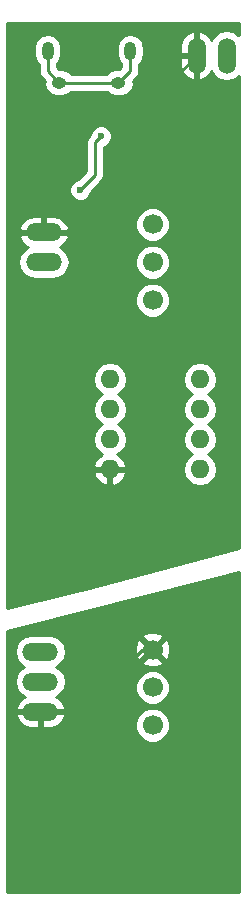
<source format=gbl>
G04 #@! TF.FileFunction,Copper,L2,Bot,Signal*
%FSLAX46Y46*%
G04 Gerber Fmt 4.6, Leading zero omitted, Abs format (unit mm)*
G04 Created by KiCad (PCBNEW 4.0.1-stable) date Onsdag 20 Januari 2016 21:11:00*
%MOMM*%
G01*
G04 APERTURE LIST*
%ADD10C,0.100000*%
%ADD11O,1.600000X1.600000*%
%ADD12O,1.250000X0.950000*%
%ADD13O,1.000000X1.550000*%
%ADD14O,1.506220X3.014980*%
%ADD15O,3.014980X1.506220*%
%ADD16C,1.700000*%
%ADD17C,0.600000*%
%ADD18C,0.250000*%
%ADD19C,0.254000*%
G04 APERTURE END LIST*
D10*
D11*
X69394000Y-44894000D03*
X69394000Y-47434000D03*
X69394000Y-49974000D03*
X69394000Y-52514000D03*
X77014000Y-52514000D03*
X77014000Y-49974000D03*
X77014000Y-47434000D03*
X77014000Y-44894000D03*
D12*
X70116900Y-19786540D03*
X65116900Y-19786540D03*
D13*
X71116900Y-17086540D03*
X64116900Y-17086540D03*
D14*
X76730000Y-17500000D03*
X79270000Y-17500000D03*
D15*
X63806000Y-34988000D03*
X63806000Y-32448000D03*
D16*
X73000000Y-38200000D03*
X73000000Y-35000000D03*
X73000000Y-31800000D03*
X73000000Y-74200000D03*
X73000000Y-71000000D03*
X73000000Y-67800000D03*
D15*
X63500000Y-67960000D03*
X63500000Y-70500000D03*
X63500000Y-73040000D03*
D17*
X76730000Y-23274000D03*
X67616000Y-60642000D03*
X63806000Y-22542000D03*
X63806000Y-42862000D03*
X62790000Y-86296000D03*
X68632000Y-24320000D03*
X66854000Y-28892000D03*
D18*
X63806000Y-42862000D02*
X63806000Y-49212000D01*
X76730000Y-23274000D02*
X76730000Y-17500000D01*
X68124000Y-32448000D02*
X68124000Y-31880000D01*
X68124000Y-31880000D02*
X76730000Y-23274000D01*
X63806000Y-32448000D02*
X68124000Y-32448000D01*
X67616000Y-60642000D02*
X67616000Y-52514000D01*
X64314000Y-22542000D02*
X71688000Y-22542000D01*
X71688000Y-22542000D02*
X76730000Y-17500000D01*
X63806000Y-22542000D02*
X64314000Y-22542000D01*
X63806000Y-22542000D02*
X63806000Y-32448000D01*
X77014000Y-17784000D02*
X76730000Y-17500000D01*
X67616000Y-52514000D02*
X63806000Y-48704000D01*
X63806000Y-48704000D02*
X63806000Y-42862000D01*
X69394000Y-52514000D02*
X67616000Y-52514000D01*
X63500000Y-85586000D02*
X62790000Y-86296000D01*
X63500000Y-85586000D02*
X63500000Y-73040000D01*
X73000000Y-67800000D02*
X72142000Y-67800000D01*
X66902000Y-73040000D02*
X63500000Y-73040000D01*
X72142000Y-67800000D02*
X66902000Y-73040000D01*
X71116900Y-17086540D02*
X71116900Y-18786540D01*
X71116900Y-18786540D02*
X70116900Y-19786540D01*
X70116900Y-19786540D02*
X65116900Y-19786540D01*
X65116900Y-19786540D02*
X64116900Y-18786540D01*
X64116900Y-18786540D02*
X64116900Y-17086540D01*
X66854000Y-28892000D02*
X68124000Y-27622000D01*
X68124000Y-27622000D02*
X68124000Y-24828000D01*
X68124000Y-24828000D02*
X68632000Y-24320000D01*
D19*
G36*
X80290000Y-15779661D02*
X80251542Y-15722104D01*
X79801207Y-15421200D01*
X79270000Y-15315536D01*
X78738793Y-15421200D01*
X78288458Y-15722104D01*
X77987554Y-16172439D01*
X77986984Y-16175306D01*
X77963846Y-16097081D01*
X77621740Y-15674276D01*
X77143875Y-15414573D01*
X77071674Y-15400217D01*
X76857000Y-15522838D01*
X76857000Y-17373000D01*
X76877000Y-17373000D01*
X76877000Y-17627000D01*
X76857000Y-17627000D01*
X76857000Y-19477162D01*
X77071674Y-19599783D01*
X77143875Y-19585427D01*
X77621740Y-19325724D01*
X77963846Y-18902919D01*
X77986984Y-18824694D01*
X77987554Y-18827561D01*
X78288458Y-19277896D01*
X78738793Y-19578800D01*
X79270000Y-19684464D01*
X79801207Y-19578800D01*
X80251542Y-19277896D01*
X80290000Y-19220339D01*
X80290000Y-59194795D01*
X67584395Y-62550993D01*
X60710000Y-64269591D01*
X60710000Y-52863039D01*
X68002096Y-52863039D01*
X68162959Y-53251423D01*
X68538866Y-53666389D01*
X69044959Y-53905914D01*
X69267000Y-53784629D01*
X69267000Y-52641000D01*
X69521000Y-52641000D01*
X69521000Y-53784629D01*
X69743041Y-53905914D01*
X70249134Y-53666389D01*
X70625041Y-53251423D01*
X70785904Y-52863039D01*
X70663915Y-52641000D01*
X69521000Y-52641000D01*
X69267000Y-52641000D01*
X68124085Y-52641000D01*
X68002096Y-52863039D01*
X60710000Y-52863039D01*
X60710000Y-44894000D01*
X67930887Y-44894000D01*
X68040120Y-45443151D01*
X68351189Y-45908698D01*
X68733275Y-46164000D01*
X68351189Y-46419302D01*
X68040120Y-46884849D01*
X67930887Y-47434000D01*
X68040120Y-47983151D01*
X68351189Y-48448698D01*
X68733275Y-48704000D01*
X68351189Y-48959302D01*
X68040120Y-49424849D01*
X67930887Y-49974000D01*
X68040120Y-50523151D01*
X68351189Y-50988698D01*
X68755703Y-51258986D01*
X68538866Y-51361611D01*
X68162959Y-51776577D01*
X68002096Y-52164961D01*
X68124085Y-52387000D01*
X69267000Y-52387000D01*
X69267000Y-52367000D01*
X69521000Y-52367000D01*
X69521000Y-52387000D01*
X70663915Y-52387000D01*
X70785904Y-52164961D01*
X70625041Y-51776577D01*
X70249134Y-51361611D01*
X70032297Y-51258986D01*
X70436811Y-50988698D01*
X70747880Y-50523151D01*
X70857113Y-49974000D01*
X70747880Y-49424849D01*
X70436811Y-48959302D01*
X70054725Y-48704000D01*
X70436811Y-48448698D01*
X70747880Y-47983151D01*
X70857113Y-47434000D01*
X70747880Y-46884849D01*
X70436811Y-46419302D01*
X70054725Y-46164000D01*
X70436811Y-45908698D01*
X70747880Y-45443151D01*
X70857113Y-44894000D01*
X75550887Y-44894000D01*
X75660120Y-45443151D01*
X75971189Y-45908698D01*
X76353275Y-46164000D01*
X75971189Y-46419302D01*
X75660120Y-46884849D01*
X75550887Y-47434000D01*
X75660120Y-47983151D01*
X75971189Y-48448698D01*
X76353275Y-48704000D01*
X75971189Y-48959302D01*
X75660120Y-49424849D01*
X75550887Y-49974000D01*
X75660120Y-50523151D01*
X75971189Y-50988698D01*
X76353275Y-51244000D01*
X75971189Y-51499302D01*
X75660120Y-51964849D01*
X75550887Y-52514000D01*
X75660120Y-53063151D01*
X75971189Y-53528698D01*
X76436736Y-53839767D01*
X76985887Y-53949000D01*
X77042113Y-53949000D01*
X77591264Y-53839767D01*
X78056811Y-53528698D01*
X78367880Y-53063151D01*
X78477113Y-52514000D01*
X78367880Y-51964849D01*
X78056811Y-51499302D01*
X77674725Y-51244000D01*
X78056811Y-50988698D01*
X78367880Y-50523151D01*
X78477113Y-49974000D01*
X78367880Y-49424849D01*
X78056811Y-48959302D01*
X77674725Y-48704000D01*
X78056811Y-48448698D01*
X78367880Y-47983151D01*
X78477113Y-47434000D01*
X78367880Y-46884849D01*
X78056811Y-46419302D01*
X77674725Y-46164000D01*
X78056811Y-45908698D01*
X78367880Y-45443151D01*
X78477113Y-44894000D01*
X78367880Y-44344849D01*
X78056811Y-43879302D01*
X77591264Y-43568233D01*
X77042113Y-43459000D01*
X76985887Y-43459000D01*
X76436736Y-43568233D01*
X75971189Y-43879302D01*
X75660120Y-44344849D01*
X75550887Y-44894000D01*
X70857113Y-44894000D01*
X70747880Y-44344849D01*
X70436811Y-43879302D01*
X69971264Y-43568233D01*
X69422113Y-43459000D01*
X69365887Y-43459000D01*
X68816736Y-43568233D01*
X68351189Y-43879302D01*
X68040120Y-44344849D01*
X67930887Y-44894000D01*
X60710000Y-44894000D01*
X60710000Y-38494089D01*
X71514743Y-38494089D01*
X71740344Y-39040086D01*
X72157717Y-39458188D01*
X72703319Y-39684742D01*
X73294089Y-39685257D01*
X73840086Y-39459656D01*
X74258188Y-39042283D01*
X74484742Y-38496681D01*
X74485257Y-37905911D01*
X74259656Y-37359914D01*
X73842283Y-36941812D01*
X73296681Y-36715258D01*
X72705911Y-36714743D01*
X72159914Y-36940344D01*
X71741812Y-37357717D01*
X71515258Y-37903319D01*
X71514743Y-38494089D01*
X60710000Y-38494089D01*
X60710000Y-34988000D01*
X61621536Y-34988000D01*
X61727200Y-35519207D01*
X62028104Y-35969542D01*
X62478439Y-36270446D01*
X63009646Y-36376110D01*
X64602354Y-36376110D01*
X65133561Y-36270446D01*
X65583896Y-35969542D01*
X65884800Y-35519207D01*
X65929578Y-35294089D01*
X71514743Y-35294089D01*
X71740344Y-35840086D01*
X72157717Y-36258188D01*
X72703319Y-36484742D01*
X73294089Y-36485257D01*
X73840086Y-36259656D01*
X74258188Y-35842283D01*
X74484742Y-35296681D01*
X74485257Y-34705911D01*
X74259656Y-34159914D01*
X73842283Y-33741812D01*
X73296681Y-33515258D01*
X72705911Y-33514743D01*
X72159914Y-33740344D01*
X71741812Y-34157717D01*
X71515258Y-34703319D01*
X71514743Y-35294089D01*
X65929578Y-35294089D01*
X65990464Y-34988000D01*
X65884800Y-34456793D01*
X65583896Y-34006458D01*
X65133561Y-33705554D01*
X65130694Y-33704984D01*
X65208919Y-33681846D01*
X65631724Y-33339740D01*
X65891427Y-32861875D01*
X65905783Y-32789674D01*
X65783162Y-32575000D01*
X63933000Y-32575000D01*
X63933000Y-32595000D01*
X63679000Y-32595000D01*
X63679000Y-32575000D01*
X61828838Y-32575000D01*
X61706217Y-32789674D01*
X61720573Y-32861875D01*
X61980276Y-33339740D01*
X62403081Y-33681846D01*
X62481306Y-33704984D01*
X62478439Y-33705554D01*
X62028104Y-34006458D01*
X61727200Y-34456793D01*
X61621536Y-34988000D01*
X60710000Y-34988000D01*
X60710000Y-32106326D01*
X61706217Y-32106326D01*
X61828838Y-32321000D01*
X63679000Y-32321000D01*
X63679000Y-31059890D01*
X63933000Y-31059890D01*
X63933000Y-32321000D01*
X65783162Y-32321000D01*
X65905783Y-32106326D01*
X65903350Y-32094089D01*
X71514743Y-32094089D01*
X71740344Y-32640086D01*
X72157717Y-33058188D01*
X72703319Y-33284742D01*
X73294089Y-33285257D01*
X73840086Y-33059656D01*
X74258188Y-32642283D01*
X74484742Y-32096681D01*
X74485257Y-31505911D01*
X74259656Y-30959914D01*
X73842283Y-30541812D01*
X73296681Y-30315258D01*
X72705911Y-30314743D01*
X72159914Y-30540344D01*
X71741812Y-30957717D01*
X71515258Y-31503319D01*
X71514743Y-32094089D01*
X65903350Y-32094089D01*
X65891427Y-32034125D01*
X65631724Y-31556260D01*
X65208919Y-31214154D01*
X64687380Y-31059890D01*
X63933000Y-31059890D01*
X63679000Y-31059890D01*
X62924620Y-31059890D01*
X62403081Y-31214154D01*
X61980276Y-31556260D01*
X61720573Y-32034125D01*
X61706217Y-32106326D01*
X60710000Y-32106326D01*
X60710000Y-29077167D01*
X65918838Y-29077167D01*
X66060883Y-29420943D01*
X66323673Y-29684192D01*
X66667201Y-29826838D01*
X67039167Y-29827162D01*
X67382943Y-29685117D01*
X67646192Y-29422327D01*
X67788838Y-29078799D01*
X67788879Y-29031923D01*
X68661401Y-28159401D01*
X68826148Y-27912840D01*
X68884000Y-27622000D01*
X68884000Y-25227547D01*
X69160943Y-25113117D01*
X69424192Y-24850327D01*
X69566838Y-24506799D01*
X69567162Y-24134833D01*
X69425117Y-23791057D01*
X69162327Y-23527808D01*
X68818799Y-23385162D01*
X68446833Y-23384838D01*
X68103057Y-23526883D01*
X67839808Y-23789673D01*
X67697162Y-24133201D01*
X67697121Y-24180077D01*
X67586599Y-24290599D01*
X67421852Y-24537161D01*
X67364000Y-24828000D01*
X67364000Y-27307198D01*
X66714320Y-27956878D01*
X66668833Y-27956838D01*
X66325057Y-28098883D01*
X66061808Y-28361673D01*
X65919162Y-28705201D01*
X65918838Y-29077167D01*
X60710000Y-29077167D01*
X60710000Y-16783916D01*
X62981900Y-16783916D01*
X62981900Y-17389164D01*
X63068297Y-17823510D01*
X63314334Y-18191730D01*
X63356900Y-18220172D01*
X63356900Y-18786540D01*
X63414752Y-19077379D01*
X63579499Y-19323941D01*
X63867037Y-19611479D01*
X63832215Y-19786540D01*
X63916709Y-20211319D01*
X64157326Y-20571429D01*
X64517436Y-20812046D01*
X64942215Y-20896540D01*
X65291585Y-20896540D01*
X65716364Y-20812046D01*
X66076474Y-20571429D01*
X66093104Y-20546540D01*
X69140696Y-20546540D01*
X69157326Y-20571429D01*
X69517436Y-20812046D01*
X69942215Y-20896540D01*
X70291585Y-20896540D01*
X70716364Y-20812046D01*
X71076474Y-20571429D01*
X71317091Y-20211319D01*
X71401585Y-19786540D01*
X71366763Y-19611479D01*
X71654301Y-19323941D01*
X71819048Y-19077379D01*
X71876900Y-18786540D01*
X71876900Y-18220172D01*
X71919466Y-18191730D01*
X72165503Y-17823510D01*
X72204591Y-17627000D01*
X75341890Y-17627000D01*
X75341890Y-18381380D01*
X75496154Y-18902919D01*
X75838260Y-19325724D01*
X76316125Y-19585427D01*
X76388326Y-19599783D01*
X76603000Y-19477162D01*
X76603000Y-17627000D01*
X75341890Y-17627000D01*
X72204591Y-17627000D01*
X72251900Y-17389164D01*
X72251900Y-16783916D01*
X72219021Y-16618620D01*
X75341890Y-16618620D01*
X75341890Y-17373000D01*
X76603000Y-17373000D01*
X76603000Y-15522838D01*
X76388326Y-15400217D01*
X76316125Y-15414573D01*
X75838260Y-15674276D01*
X75496154Y-16097081D01*
X75341890Y-16618620D01*
X72219021Y-16618620D01*
X72165503Y-16349570D01*
X71919466Y-15981350D01*
X71551246Y-15735313D01*
X71116900Y-15648916D01*
X70682554Y-15735313D01*
X70314334Y-15981350D01*
X70068297Y-16349570D01*
X69981900Y-16783916D01*
X69981900Y-17389164D01*
X70068297Y-17823510D01*
X70314334Y-18191730D01*
X70356900Y-18220172D01*
X70356900Y-18471738D01*
X70152098Y-18676540D01*
X69942215Y-18676540D01*
X69517436Y-18761034D01*
X69157326Y-19001651D01*
X69140696Y-19026540D01*
X66093104Y-19026540D01*
X66076474Y-19001651D01*
X65716364Y-18761034D01*
X65291585Y-18676540D01*
X65081702Y-18676540D01*
X64876900Y-18471738D01*
X64876900Y-18220172D01*
X64919466Y-18191730D01*
X65165503Y-17823510D01*
X65251900Y-17389164D01*
X65251900Y-16783916D01*
X65165503Y-16349570D01*
X64919466Y-15981350D01*
X64551246Y-15735313D01*
X64116900Y-15648916D01*
X63682554Y-15735313D01*
X63314334Y-15981350D01*
X63068297Y-16349570D01*
X62981900Y-16783916D01*
X60710000Y-16783916D01*
X60710000Y-14710000D01*
X80290000Y-14710000D01*
X80290000Y-15779661D01*
X80290000Y-15779661D01*
G37*
X80290000Y-15779661D02*
X80251542Y-15722104D01*
X79801207Y-15421200D01*
X79270000Y-15315536D01*
X78738793Y-15421200D01*
X78288458Y-15722104D01*
X77987554Y-16172439D01*
X77986984Y-16175306D01*
X77963846Y-16097081D01*
X77621740Y-15674276D01*
X77143875Y-15414573D01*
X77071674Y-15400217D01*
X76857000Y-15522838D01*
X76857000Y-17373000D01*
X76877000Y-17373000D01*
X76877000Y-17627000D01*
X76857000Y-17627000D01*
X76857000Y-19477162D01*
X77071674Y-19599783D01*
X77143875Y-19585427D01*
X77621740Y-19325724D01*
X77963846Y-18902919D01*
X77986984Y-18824694D01*
X77987554Y-18827561D01*
X78288458Y-19277896D01*
X78738793Y-19578800D01*
X79270000Y-19684464D01*
X79801207Y-19578800D01*
X80251542Y-19277896D01*
X80290000Y-19220339D01*
X80290000Y-59194795D01*
X67584395Y-62550993D01*
X60710000Y-64269591D01*
X60710000Y-52863039D01*
X68002096Y-52863039D01*
X68162959Y-53251423D01*
X68538866Y-53666389D01*
X69044959Y-53905914D01*
X69267000Y-53784629D01*
X69267000Y-52641000D01*
X69521000Y-52641000D01*
X69521000Y-53784629D01*
X69743041Y-53905914D01*
X70249134Y-53666389D01*
X70625041Y-53251423D01*
X70785904Y-52863039D01*
X70663915Y-52641000D01*
X69521000Y-52641000D01*
X69267000Y-52641000D01*
X68124085Y-52641000D01*
X68002096Y-52863039D01*
X60710000Y-52863039D01*
X60710000Y-44894000D01*
X67930887Y-44894000D01*
X68040120Y-45443151D01*
X68351189Y-45908698D01*
X68733275Y-46164000D01*
X68351189Y-46419302D01*
X68040120Y-46884849D01*
X67930887Y-47434000D01*
X68040120Y-47983151D01*
X68351189Y-48448698D01*
X68733275Y-48704000D01*
X68351189Y-48959302D01*
X68040120Y-49424849D01*
X67930887Y-49974000D01*
X68040120Y-50523151D01*
X68351189Y-50988698D01*
X68755703Y-51258986D01*
X68538866Y-51361611D01*
X68162959Y-51776577D01*
X68002096Y-52164961D01*
X68124085Y-52387000D01*
X69267000Y-52387000D01*
X69267000Y-52367000D01*
X69521000Y-52367000D01*
X69521000Y-52387000D01*
X70663915Y-52387000D01*
X70785904Y-52164961D01*
X70625041Y-51776577D01*
X70249134Y-51361611D01*
X70032297Y-51258986D01*
X70436811Y-50988698D01*
X70747880Y-50523151D01*
X70857113Y-49974000D01*
X70747880Y-49424849D01*
X70436811Y-48959302D01*
X70054725Y-48704000D01*
X70436811Y-48448698D01*
X70747880Y-47983151D01*
X70857113Y-47434000D01*
X70747880Y-46884849D01*
X70436811Y-46419302D01*
X70054725Y-46164000D01*
X70436811Y-45908698D01*
X70747880Y-45443151D01*
X70857113Y-44894000D01*
X75550887Y-44894000D01*
X75660120Y-45443151D01*
X75971189Y-45908698D01*
X76353275Y-46164000D01*
X75971189Y-46419302D01*
X75660120Y-46884849D01*
X75550887Y-47434000D01*
X75660120Y-47983151D01*
X75971189Y-48448698D01*
X76353275Y-48704000D01*
X75971189Y-48959302D01*
X75660120Y-49424849D01*
X75550887Y-49974000D01*
X75660120Y-50523151D01*
X75971189Y-50988698D01*
X76353275Y-51244000D01*
X75971189Y-51499302D01*
X75660120Y-51964849D01*
X75550887Y-52514000D01*
X75660120Y-53063151D01*
X75971189Y-53528698D01*
X76436736Y-53839767D01*
X76985887Y-53949000D01*
X77042113Y-53949000D01*
X77591264Y-53839767D01*
X78056811Y-53528698D01*
X78367880Y-53063151D01*
X78477113Y-52514000D01*
X78367880Y-51964849D01*
X78056811Y-51499302D01*
X77674725Y-51244000D01*
X78056811Y-50988698D01*
X78367880Y-50523151D01*
X78477113Y-49974000D01*
X78367880Y-49424849D01*
X78056811Y-48959302D01*
X77674725Y-48704000D01*
X78056811Y-48448698D01*
X78367880Y-47983151D01*
X78477113Y-47434000D01*
X78367880Y-46884849D01*
X78056811Y-46419302D01*
X77674725Y-46164000D01*
X78056811Y-45908698D01*
X78367880Y-45443151D01*
X78477113Y-44894000D01*
X78367880Y-44344849D01*
X78056811Y-43879302D01*
X77591264Y-43568233D01*
X77042113Y-43459000D01*
X76985887Y-43459000D01*
X76436736Y-43568233D01*
X75971189Y-43879302D01*
X75660120Y-44344849D01*
X75550887Y-44894000D01*
X70857113Y-44894000D01*
X70747880Y-44344849D01*
X70436811Y-43879302D01*
X69971264Y-43568233D01*
X69422113Y-43459000D01*
X69365887Y-43459000D01*
X68816736Y-43568233D01*
X68351189Y-43879302D01*
X68040120Y-44344849D01*
X67930887Y-44894000D01*
X60710000Y-44894000D01*
X60710000Y-38494089D01*
X71514743Y-38494089D01*
X71740344Y-39040086D01*
X72157717Y-39458188D01*
X72703319Y-39684742D01*
X73294089Y-39685257D01*
X73840086Y-39459656D01*
X74258188Y-39042283D01*
X74484742Y-38496681D01*
X74485257Y-37905911D01*
X74259656Y-37359914D01*
X73842283Y-36941812D01*
X73296681Y-36715258D01*
X72705911Y-36714743D01*
X72159914Y-36940344D01*
X71741812Y-37357717D01*
X71515258Y-37903319D01*
X71514743Y-38494089D01*
X60710000Y-38494089D01*
X60710000Y-34988000D01*
X61621536Y-34988000D01*
X61727200Y-35519207D01*
X62028104Y-35969542D01*
X62478439Y-36270446D01*
X63009646Y-36376110D01*
X64602354Y-36376110D01*
X65133561Y-36270446D01*
X65583896Y-35969542D01*
X65884800Y-35519207D01*
X65929578Y-35294089D01*
X71514743Y-35294089D01*
X71740344Y-35840086D01*
X72157717Y-36258188D01*
X72703319Y-36484742D01*
X73294089Y-36485257D01*
X73840086Y-36259656D01*
X74258188Y-35842283D01*
X74484742Y-35296681D01*
X74485257Y-34705911D01*
X74259656Y-34159914D01*
X73842283Y-33741812D01*
X73296681Y-33515258D01*
X72705911Y-33514743D01*
X72159914Y-33740344D01*
X71741812Y-34157717D01*
X71515258Y-34703319D01*
X71514743Y-35294089D01*
X65929578Y-35294089D01*
X65990464Y-34988000D01*
X65884800Y-34456793D01*
X65583896Y-34006458D01*
X65133561Y-33705554D01*
X65130694Y-33704984D01*
X65208919Y-33681846D01*
X65631724Y-33339740D01*
X65891427Y-32861875D01*
X65905783Y-32789674D01*
X65783162Y-32575000D01*
X63933000Y-32575000D01*
X63933000Y-32595000D01*
X63679000Y-32595000D01*
X63679000Y-32575000D01*
X61828838Y-32575000D01*
X61706217Y-32789674D01*
X61720573Y-32861875D01*
X61980276Y-33339740D01*
X62403081Y-33681846D01*
X62481306Y-33704984D01*
X62478439Y-33705554D01*
X62028104Y-34006458D01*
X61727200Y-34456793D01*
X61621536Y-34988000D01*
X60710000Y-34988000D01*
X60710000Y-32106326D01*
X61706217Y-32106326D01*
X61828838Y-32321000D01*
X63679000Y-32321000D01*
X63679000Y-31059890D01*
X63933000Y-31059890D01*
X63933000Y-32321000D01*
X65783162Y-32321000D01*
X65905783Y-32106326D01*
X65903350Y-32094089D01*
X71514743Y-32094089D01*
X71740344Y-32640086D01*
X72157717Y-33058188D01*
X72703319Y-33284742D01*
X73294089Y-33285257D01*
X73840086Y-33059656D01*
X74258188Y-32642283D01*
X74484742Y-32096681D01*
X74485257Y-31505911D01*
X74259656Y-30959914D01*
X73842283Y-30541812D01*
X73296681Y-30315258D01*
X72705911Y-30314743D01*
X72159914Y-30540344D01*
X71741812Y-30957717D01*
X71515258Y-31503319D01*
X71514743Y-32094089D01*
X65903350Y-32094089D01*
X65891427Y-32034125D01*
X65631724Y-31556260D01*
X65208919Y-31214154D01*
X64687380Y-31059890D01*
X63933000Y-31059890D01*
X63679000Y-31059890D01*
X62924620Y-31059890D01*
X62403081Y-31214154D01*
X61980276Y-31556260D01*
X61720573Y-32034125D01*
X61706217Y-32106326D01*
X60710000Y-32106326D01*
X60710000Y-29077167D01*
X65918838Y-29077167D01*
X66060883Y-29420943D01*
X66323673Y-29684192D01*
X66667201Y-29826838D01*
X67039167Y-29827162D01*
X67382943Y-29685117D01*
X67646192Y-29422327D01*
X67788838Y-29078799D01*
X67788879Y-29031923D01*
X68661401Y-28159401D01*
X68826148Y-27912840D01*
X68884000Y-27622000D01*
X68884000Y-25227547D01*
X69160943Y-25113117D01*
X69424192Y-24850327D01*
X69566838Y-24506799D01*
X69567162Y-24134833D01*
X69425117Y-23791057D01*
X69162327Y-23527808D01*
X68818799Y-23385162D01*
X68446833Y-23384838D01*
X68103057Y-23526883D01*
X67839808Y-23789673D01*
X67697162Y-24133201D01*
X67697121Y-24180077D01*
X67586599Y-24290599D01*
X67421852Y-24537161D01*
X67364000Y-24828000D01*
X67364000Y-27307198D01*
X66714320Y-27956878D01*
X66668833Y-27956838D01*
X66325057Y-28098883D01*
X66061808Y-28361673D01*
X65919162Y-28705201D01*
X65918838Y-29077167D01*
X60710000Y-29077167D01*
X60710000Y-16783916D01*
X62981900Y-16783916D01*
X62981900Y-17389164D01*
X63068297Y-17823510D01*
X63314334Y-18191730D01*
X63356900Y-18220172D01*
X63356900Y-18786540D01*
X63414752Y-19077379D01*
X63579499Y-19323941D01*
X63867037Y-19611479D01*
X63832215Y-19786540D01*
X63916709Y-20211319D01*
X64157326Y-20571429D01*
X64517436Y-20812046D01*
X64942215Y-20896540D01*
X65291585Y-20896540D01*
X65716364Y-20812046D01*
X66076474Y-20571429D01*
X66093104Y-20546540D01*
X69140696Y-20546540D01*
X69157326Y-20571429D01*
X69517436Y-20812046D01*
X69942215Y-20896540D01*
X70291585Y-20896540D01*
X70716364Y-20812046D01*
X71076474Y-20571429D01*
X71317091Y-20211319D01*
X71401585Y-19786540D01*
X71366763Y-19611479D01*
X71654301Y-19323941D01*
X71819048Y-19077379D01*
X71876900Y-18786540D01*
X71876900Y-18220172D01*
X71919466Y-18191730D01*
X72165503Y-17823510D01*
X72204591Y-17627000D01*
X75341890Y-17627000D01*
X75341890Y-18381380D01*
X75496154Y-18902919D01*
X75838260Y-19325724D01*
X76316125Y-19585427D01*
X76388326Y-19599783D01*
X76603000Y-19477162D01*
X76603000Y-17627000D01*
X75341890Y-17627000D01*
X72204591Y-17627000D01*
X72251900Y-17389164D01*
X72251900Y-16783916D01*
X72219021Y-16618620D01*
X75341890Y-16618620D01*
X75341890Y-17373000D01*
X76603000Y-17373000D01*
X76603000Y-15522838D01*
X76388326Y-15400217D01*
X76316125Y-15414573D01*
X75838260Y-15674276D01*
X75496154Y-16097081D01*
X75341890Y-16618620D01*
X72219021Y-16618620D01*
X72165503Y-16349570D01*
X71919466Y-15981350D01*
X71551246Y-15735313D01*
X71116900Y-15648916D01*
X70682554Y-15735313D01*
X70314334Y-15981350D01*
X70068297Y-16349570D01*
X69981900Y-16783916D01*
X69981900Y-17389164D01*
X70068297Y-17823510D01*
X70314334Y-18191730D01*
X70356900Y-18220172D01*
X70356900Y-18471738D01*
X70152098Y-18676540D01*
X69942215Y-18676540D01*
X69517436Y-18761034D01*
X69157326Y-19001651D01*
X69140696Y-19026540D01*
X66093104Y-19026540D01*
X66076474Y-19001651D01*
X65716364Y-18761034D01*
X65291585Y-18676540D01*
X65081702Y-18676540D01*
X64876900Y-18471738D01*
X64876900Y-18220172D01*
X64919466Y-18191730D01*
X65165503Y-17823510D01*
X65251900Y-17389164D01*
X65251900Y-16783916D01*
X65165503Y-16349570D01*
X64919466Y-15981350D01*
X64551246Y-15735313D01*
X64116900Y-15648916D01*
X63682554Y-15735313D01*
X63314334Y-15981350D01*
X63068297Y-16349570D01*
X62981900Y-16783916D01*
X60710000Y-16783916D01*
X60710000Y-14710000D01*
X80290000Y-14710000D01*
X80290000Y-15779661D01*
G36*
X80290000Y-88290000D02*
X60710000Y-88290000D01*
X60710000Y-74494089D01*
X71514743Y-74494089D01*
X71740344Y-75040086D01*
X72157717Y-75458188D01*
X72703319Y-75684742D01*
X73294089Y-75685257D01*
X73840086Y-75459656D01*
X74258188Y-75042283D01*
X74484742Y-74496681D01*
X74485257Y-73905911D01*
X74259656Y-73359914D01*
X73842283Y-72941812D01*
X73296681Y-72715258D01*
X72705911Y-72714743D01*
X72159914Y-72940344D01*
X71741812Y-73357717D01*
X71515258Y-73903319D01*
X71514743Y-74494089D01*
X60710000Y-74494089D01*
X60710000Y-73381674D01*
X61400217Y-73381674D01*
X61414573Y-73453875D01*
X61674276Y-73931740D01*
X62097081Y-74273846D01*
X62618620Y-74428110D01*
X63373000Y-74428110D01*
X63373000Y-73167000D01*
X63627000Y-73167000D01*
X63627000Y-74428110D01*
X64381380Y-74428110D01*
X64902919Y-74273846D01*
X65325724Y-73931740D01*
X65585427Y-73453875D01*
X65599783Y-73381674D01*
X65477162Y-73167000D01*
X63627000Y-73167000D01*
X63373000Y-73167000D01*
X61522838Y-73167000D01*
X61400217Y-73381674D01*
X60710000Y-73381674D01*
X60710000Y-67960000D01*
X61315536Y-67960000D01*
X61421200Y-68491207D01*
X61722104Y-68941542D01*
X62153812Y-69230000D01*
X61722104Y-69518458D01*
X61421200Y-69968793D01*
X61315536Y-70500000D01*
X61421200Y-71031207D01*
X61722104Y-71481542D01*
X62172439Y-71782446D01*
X62175306Y-71783016D01*
X62097081Y-71806154D01*
X61674276Y-72148260D01*
X61414573Y-72626125D01*
X61400217Y-72698326D01*
X61522838Y-72913000D01*
X63373000Y-72913000D01*
X63373000Y-72893000D01*
X63627000Y-72893000D01*
X63627000Y-72913000D01*
X65477162Y-72913000D01*
X65599783Y-72698326D01*
X65585427Y-72626125D01*
X65325724Y-72148260D01*
X64902919Y-71806154D01*
X64824694Y-71783016D01*
X64827561Y-71782446D01*
X65277896Y-71481542D01*
X65403147Y-71294089D01*
X71514743Y-71294089D01*
X71740344Y-71840086D01*
X72157717Y-72258188D01*
X72703319Y-72484742D01*
X73294089Y-72485257D01*
X73840086Y-72259656D01*
X74258188Y-71842283D01*
X74484742Y-71296681D01*
X74485257Y-70705911D01*
X74259656Y-70159914D01*
X73842283Y-69741812D01*
X73296681Y-69515258D01*
X72705911Y-69514743D01*
X72159914Y-69740344D01*
X71741812Y-70157717D01*
X71515258Y-70703319D01*
X71514743Y-71294089D01*
X65403147Y-71294089D01*
X65578800Y-71031207D01*
X65684464Y-70500000D01*
X65578800Y-69968793D01*
X65277896Y-69518458D01*
X64846188Y-69230000D01*
X65277896Y-68941542D01*
X65343099Y-68843958D01*
X72135647Y-68843958D01*
X72215920Y-69095259D01*
X72771279Y-69296718D01*
X73361458Y-69270315D01*
X73784080Y-69095259D01*
X73864353Y-68843958D01*
X73000000Y-67979605D01*
X72135647Y-68843958D01*
X65343099Y-68843958D01*
X65578800Y-68491207D01*
X65684464Y-67960000D01*
X65607143Y-67571279D01*
X71503282Y-67571279D01*
X71529685Y-68161458D01*
X71704741Y-68584080D01*
X71956042Y-68664353D01*
X72820395Y-67800000D01*
X73179605Y-67800000D01*
X74043958Y-68664353D01*
X74295259Y-68584080D01*
X74496718Y-68028721D01*
X74470315Y-67438542D01*
X74295259Y-67015920D01*
X74043958Y-66935647D01*
X73179605Y-67800000D01*
X72820395Y-67800000D01*
X71956042Y-66935647D01*
X71704741Y-67015920D01*
X71503282Y-67571279D01*
X65607143Y-67571279D01*
X65578800Y-67428793D01*
X65277896Y-66978458D01*
X64945027Y-66756042D01*
X72135647Y-66756042D01*
X73000000Y-67620395D01*
X73864353Y-66756042D01*
X73784080Y-66504741D01*
X73228721Y-66303282D01*
X72638542Y-66329685D01*
X72215920Y-66504741D01*
X72135647Y-66756042D01*
X64945027Y-66756042D01*
X64827561Y-66677554D01*
X64296354Y-66571890D01*
X62703646Y-66571890D01*
X62172439Y-66677554D01*
X61722104Y-66978458D01*
X61421200Y-67428793D01*
X61315536Y-67960000D01*
X60710000Y-67960000D01*
X60710000Y-66180351D01*
X80290000Y-61226375D01*
X80290000Y-88290000D01*
X80290000Y-88290000D01*
G37*
X80290000Y-88290000D02*
X60710000Y-88290000D01*
X60710000Y-74494089D01*
X71514743Y-74494089D01*
X71740344Y-75040086D01*
X72157717Y-75458188D01*
X72703319Y-75684742D01*
X73294089Y-75685257D01*
X73840086Y-75459656D01*
X74258188Y-75042283D01*
X74484742Y-74496681D01*
X74485257Y-73905911D01*
X74259656Y-73359914D01*
X73842283Y-72941812D01*
X73296681Y-72715258D01*
X72705911Y-72714743D01*
X72159914Y-72940344D01*
X71741812Y-73357717D01*
X71515258Y-73903319D01*
X71514743Y-74494089D01*
X60710000Y-74494089D01*
X60710000Y-73381674D01*
X61400217Y-73381674D01*
X61414573Y-73453875D01*
X61674276Y-73931740D01*
X62097081Y-74273846D01*
X62618620Y-74428110D01*
X63373000Y-74428110D01*
X63373000Y-73167000D01*
X63627000Y-73167000D01*
X63627000Y-74428110D01*
X64381380Y-74428110D01*
X64902919Y-74273846D01*
X65325724Y-73931740D01*
X65585427Y-73453875D01*
X65599783Y-73381674D01*
X65477162Y-73167000D01*
X63627000Y-73167000D01*
X63373000Y-73167000D01*
X61522838Y-73167000D01*
X61400217Y-73381674D01*
X60710000Y-73381674D01*
X60710000Y-67960000D01*
X61315536Y-67960000D01*
X61421200Y-68491207D01*
X61722104Y-68941542D01*
X62153812Y-69230000D01*
X61722104Y-69518458D01*
X61421200Y-69968793D01*
X61315536Y-70500000D01*
X61421200Y-71031207D01*
X61722104Y-71481542D01*
X62172439Y-71782446D01*
X62175306Y-71783016D01*
X62097081Y-71806154D01*
X61674276Y-72148260D01*
X61414573Y-72626125D01*
X61400217Y-72698326D01*
X61522838Y-72913000D01*
X63373000Y-72913000D01*
X63373000Y-72893000D01*
X63627000Y-72893000D01*
X63627000Y-72913000D01*
X65477162Y-72913000D01*
X65599783Y-72698326D01*
X65585427Y-72626125D01*
X65325724Y-72148260D01*
X64902919Y-71806154D01*
X64824694Y-71783016D01*
X64827561Y-71782446D01*
X65277896Y-71481542D01*
X65403147Y-71294089D01*
X71514743Y-71294089D01*
X71740344Y-71840086D01*
X72157717Y-72258188D01*
X72703319Y-72484742D01*
X73294089Y-72485257D01*
X73840086Y-72259656D01*
X74258188Y-71842283D01*
X74484742Y-71296681D01*
X74485257Y-70705911D01*
X74259656Y-70159914D01*
X73842283Y-69741812D01*
X73296681Y-69515258D01*
X72705911Y-69514743D01*
X72159914Y-69740344D01*
X71741812Y-70157717D01*
X71515258Y-70703319D01*
X71514743Y-71294089D01*
X65403147Y-71294089D01*
X65578800Y-71031207D01*
X65684464Y-70500000D01*
X65578800Y-69968793D01*
X65277896Y-69518458D01*
X64846188Y-69230000D01*
X65277896Y-68941542D01*
X65343099Y-68843958D01*
X72135647Y-68843958D01*
X72215920Y-69095259D01*
X72771279Y-69296718D01*
X73361458Y-69270315D01*
X73784080Y-69095259D01*
X73864353Y-68843958D01*
X73000000Y-67979605D01*
X72135647Y-68843958D01*
X65343099Y-68843958D01*
X65578800Y-68491207D01*
X65684464Y-67960000D01*
X65607143Y-67571279D01*
X71503282Y-67571279D01*
X71529685Y-68161458D01*
X71704741Y-68584080D01*
X71956042Y-68664353D01*
X72820395Y-67800000D01*
X73179605Y-67800000D01*
X74043958Y-68664353D01*
X74295259Y-68584080D01*
X74496718Y-68028721D01*
X74470315Y-67438542D01*
X74295259Y-67015920D01*
X74043958Y-66935647D01*
X73179605Y-67800000D01*
X72820395Y-67800000D01*
X71956042Y-66935647D01*
X71704741Y-67015920D01*
X71503282Y-67571279D01*
X65607143Y-67571279D01*
X65578800Y-67428793D01*
X65277896Y-66978458D01*
X64945027Y-66756042D01*
X72135647Y-66756042D01*
X73000000Y-67620395D01*
X73864353Y-66756042D01*
X73784080Y-66504741D01*
X73228721Y-66303282D01*
X72638542Y-66329685D01*
X72215920Y-66504741D01*
X72135647Y-66756042D01*
X64945027Y-66756042D01*
X64827561Y-66677554D01*
X64296354Y-66571890D01*
X62703646Y-66571890D01*
X62172439Y-66677554D01*
X61722104Y-66978458D01*
X61421200Y-67428793D01*
X61315536Y-67960000D01*
X60710000Y-67960000D01*
X60710000Y-66180351D01*
X80290000Y-61226375D01*
X80290000Y-88290000D01*
M02*

</source>
